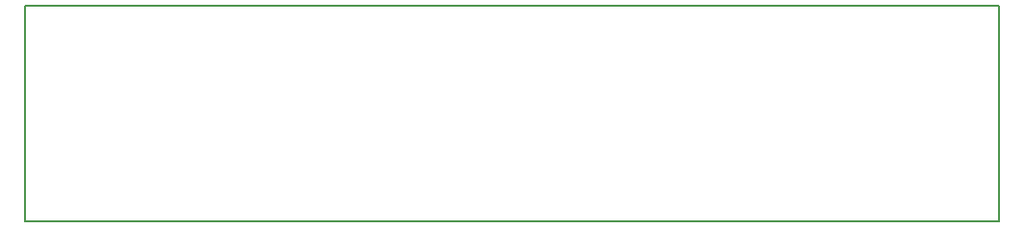
<source format=gko>
G04 #@! TF.FileFunction,Profile,NP*
%FSLAX46Y46*%
G04 Gerber Fmt 4.6, Leading zero omitted, Abs format (unit mm)*
G04 Created by KiCad (PCBNEW (2016-05-03 BZR 6266)-product) date Thu Jul 21 03:07:48 2016*
%MOMM*%
%LPD*%
G01*
G04 APERTURE LIST*
%ADD10C,0.350000*%
%ADD11C,0.150000*%
G04 APERTURE END LIST*
D10*
D11*
X102870000Y-143510000D02*
X102870000Y-124460000D01*
X188595000Y-124460000D02*
X188595000Y-143510000D01*
X102870000Y-124460000D02*
X188595000Y-124460000D01*
X188595000Y-143510000D02*
X102870000Y-143510000D01*
M02*

</source>
